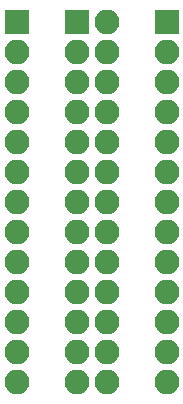
<source format=gbr>
G04 #@! TF.FileFunction,Soldermask,Bot*
%FSLAX46Y46*%
G04 Gerber Fmt 4.6, Leading zero omitted, Abs format (unit mm)*
G04 Created by KiCad (PCBNEW 4.0.6) date 01/06/18 19:18:27*
%MOMM*%
%LPD*%
G01*
G04 APERTURE LIST*
%ADD10C,0.100000*%
%ADD11R,2.100000X2.100000*%
%ADD12O,2.100000X2.100000*%
G04 APERTURE END LIST*
D10*
D11*
X148336000Y-105156000D03*
D12*
X148336000Y-107696000D03*
X148336000Y-110236000D03*
X148336000Y-112776000D03*
X148336000Y-115316000D03*
X148336000Y-117856000D03*
X148336000Y-120396000D03*
X148336000Y-122936000D03*
X148336000Y-125476000D03*
X148336000Y-128016000D03*
X148336000Y-130556000D03*
X148336000Y-133096000D03*
X148336000Y-135636000D03*
D11*
X161036000Y-105156000D03*
D12*
X161036000Y-107696000D03*
X161036000Y-110236000D03*
X161036000Y-112776000D03*
X161036000Y-115316000D03*
X161036000Y-117856000D03*
X161036000Y-120396000D03*
X161036000Y-122936000D03*
X161036000Y-125476000D03*
X161036000Y-128016000D03*
X161036000Y-130556000D03*
X161036000Y-133096000D03*
X161036000Y-135636000D03*
D11*
X153416000Y-105156000D03*
D12*
X155956000Y-105156000D03*
X153416000Y-107696000D03*
X155956000Y-107696000D03*
X153416000Y-110236000D03*
X155956000Y-110236000D03*
X153416000Y-112776000D03*
X155956000Y-112776000D03*
X153416000Y-115316000D03*
X155956000Y-115316000D03*
X153416000Y-117856000D03*
X155956000Y-117856000D03*
X153416000Y-120396000D03*
X155956000Y-120396000D03*
X153416000Y-122936000D03*
X155956000Y-122936000D03*
X153416000Y-125476000D03*
X155956000Y-125476000D03*
X153416000Y-128016000D03*
X155956000Y-128016000D03*
X153416000Y-130556000D03*
X155956000Y-130556000D03*
X153416000Y-133096000D03*
X155956000Y-133096000D03*
X153416000Y-135636000D03*
X155956000Y-135636000D03*
M02*

</source>
